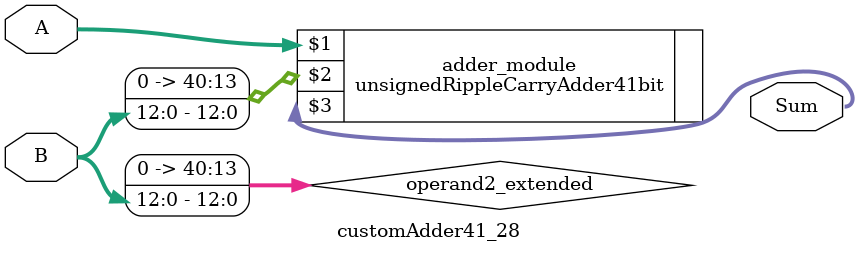
<source format=v>
module customAdder41_28(
                        input [40 : 0] A,
                        input [12 : 0] B,
                        
                        output [41 : 0] Sum
                );

        wire [40 : 0] operand2_extended;
        
        assign operand2_extended =  {28'b0, B};
        
        unsignedRippleCarryAdder41bit adder_module(
            A,
            operand2_extended,
            Sum
        );
        
        endmodule
        
</source>
